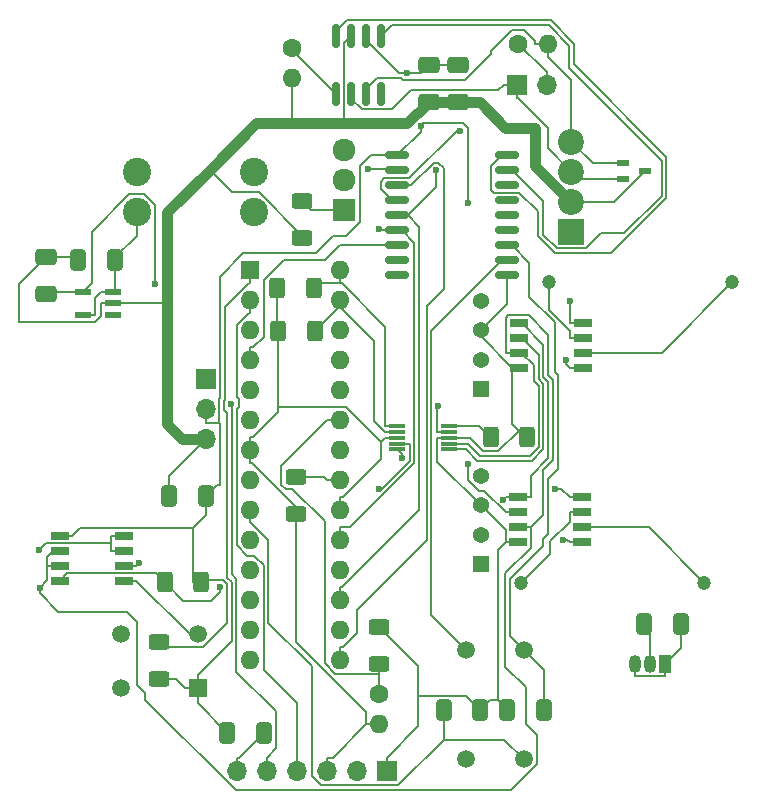
<source format=gbr>
%TF.GenerationSoftware,KiCad,Pcbnew,8.0.1-rc1*%
%TF.CreationDate,2024-11-22T07:55:53-08:00*%
%TF.ProjectId,AMS - CANBus Sensor - Vacuum,414d5320-2d20-4434-914e-427573205365,rev?*%
%TF.SameCoordinates,Original*%
%TF.FileFunction,Copper,L2,Bot*%
%TF.FilePolarity,Positive*%
%FSLAX46Y46*%
G04 Gerber Fmt 4.6, Leading zero omitted, Abs format (unit mm)*
G04 Created by KiCad (PCBNEW 8.0.1-rc1) date 2024-11-22 07:55:53*
%MOMM*%
%LPD*%
G01*
G04 APERTURE LIST*
G04 Aperture macros list*
%AMRoundRect*
0 Rectangle with rounded corners*
0 $1 Rounding radius*
0 $2 $3 $4 $5 $6 $7 $8 $9 X,Y pos of 4 corners*
0 Add a 4 corners polygon primitive as box body*
4,1,4,$2,$3,$4,$5,$6,$7,$8,$9,$2,$3,0*
0 Add four circle primitives for the rounded corners*
1,1,$1+$1,$2,$3*
1,1,$1+$1,$4,$5*
1,1,$1+$1,$6,$7*
1,1,$1+$1,$8,$9*
0 Add four rect primitives between the rounded corners*
20,1,$1+$1,$2,$3,$4,$5,0*
20,1,$1+$1,$4,$5,$6,$7,0*
20,1,$1+$1,$6,$7,$8,$9,0*
20,1,$1+$1,$8,$9,$2,$3,0*%
G04 Aperture macros list end*
%TA.AperFunction,ComponentPad*%
%ADD10C,2.400000*%
%TD*%
%TA.AperFunction,ComponentPad*%
%ADD11R,1.500000X1.500000*%
%TD*%
%TA.AperFunction,ComponentPad*%
%ADD12C,1.500000*%
%TD*%
%TA.AperFunction,ComponentPad*%
%ADD13C,1.200000*%
%TD*%
%TA.AperFunction,SMDPad,CuDef*%
%ADD14RoundRect,0.250000X0.400000X0.625000X-0.400000X0.625000X-0.400000X-0.625000X0.400000X-0.625000X0*%
%TD*%
%TA.AperFunction,ComponentPad*%
%ADD15R,1.920000X1.920000*%
%TD*%
%TA.AperFunction,ComponentPad*%
%ADD16C,1.920000*%
%TD*%
%TA.AperFunction,SMDPad,CuDef*%
%ADD17R,1.528000X0.650000*%
%TD*%
%TA.AperFunction,SMDPad,CuDef*%
%ADD18R,1.400000X0.300000*%
%TD*%
%TA.AperFunction,SMDPad,CuDef*%
%ADD19R,1.400000X0.600000*%
%TD*%
%TA.AperFunction,SMDPad,CuDef*%
%ADD20R,1.000000X0.550000*%
%TD*%
%TA.AperFunction,SMDPad,CuDef*%
%ADD21RoundRect,0.250000X0.412500X0.650000X-0.412500X0.650000X-0.412500X-0.650000X0.412500X-0.650000X0*%
%TD*%
%TA.AperFunction,SMDPad,CuDef*%
%ADD22RoundRect,0.250000X0.650000X-0.412500X0.650000X0.412500X-0.650000X0.412500X-0.650000X-0.412500X0*%
%TD*%
%TA.AperFunction,ComponentPad*%
%ADD23C,1.600000*%
%TD*%
%TA.AperFunction,ComponentPad*%
%ADD24O,1.600000X1.600000*%
%TD*%
%TA.AperFunction,ComponentPad*%
%ADD25R,2.200000X2.200000*%
%TD*%
%TA.AperFunction,ComponentPad*%
%ADD26C,2.200000*%
%TD*%
%TA.AperFunction,ComponentPad*%
%ADD27R,1.365000X1.365000*%
%TD*%
%TA.AperFunction,ComponentPad*%
%ADD28C,1.365000*%
%TD*%
%TA.AperFunction,ComponentPad*%
%ADD29R,1.700000X1.700000*%
%TD*%
%TA.AperFunction,ComponentPad*%
%ADD30O,1.700000X1.700000*%
%TD*%
%TA.AperFunction,ComponentPad*%
%ADD31R,1.600000X1.600000*%
%TD*%
%TA.AperFunction,ComponentPad*%
%ADD32R,1.050000X1.500000*%
%TD*%
%TA.AperFunction,ComponentPad*%
%ADD33O,1.050000X1.500000*%
%TD*%
%TA.AperFunction,SMDPad,CuDef*%
%ADD34RoundRect,0.250000X-0.412500X-0.650000X0.412500X-0.650000X0.412500X0.650000X-0.412500X0.650000X0*%
%TD*%
%TA.AperFunction,SMDPad,CuDef*%
%ADD35RoundRect,0.150000X-0.150000X0.825000X-0.150000X-0.825000X0.150000X-0.825000X0.150000X0.825000X0*%
%TD*%
%TA.AperFunction,SMDPad,CuDef*%
%ADD36RoundRect,0.250000X-0.625000X0.400000X-0.625000X-0.400000X0.625000X-0.400000X0.625000X0.400000X0*%
%TD*%
%TA.AperFunction,SMDPad,CuDef*%
%ADD37RoundRect,0.150000X0.875000X0.150000X-0.875000X0.150000X-0.875000X-0.150000X0.875000X-0.150000X0*%
%TD*%
%TA.AperFunction,SMDPad,CuDef*%
%ADD38RoundRect,0.250000X-0.400000X-0.625000X0.400000X-0.625000X0.400000X0.625000X-0.400000X0.625000X0*%
%TD*%
%TA.AperFunction,SMDPad,CuDef*%
%ADD39RoundRect,0.250000X-0.650000X0.412500X-0.650000X-0.412500X0.650000X-0.412500X0.650000X0.412500X0*%
%TD*%
%TA.AperFunction,ViaPad*%
%ADD40C,0.600000*%
%TD*%
%TA.AperFunction,Conductor*%
%ADD41C,0.200000*%
%TD*%
%TA.AperFunction,Conductor*%
%ADD42C,0.889000*%
%TD*%
G04 APERTURE END LIST*
D10*
%TO.P,U5,1,1*%
%TO.N,Net-(Q1-Pad3)*%
X134999500Y-70018000D03*
%TO.P,U5,2,2*%
X134999500Y-73418000D03*
%TO.P,U5,3,3*%
%TO.N,+VDC*%
X125079500Y-70018000D03*
%TO.P,U5,4,4*%
X125079500Y-73418000D03*
%TD*%
D11*
%TO.P,Reset1,1,NO_1*%
%TO.N,/BareMinAtmel328P/RESET*%
X130246900Y-113672200D03*
D12*
%TO.P,Reset1,2,NO_2*%
%TO.N,unconnected-(Reset1-NO_2-Pad2)*%
X123746900Y-113672200D03*
%TO.P,Reset1,3,COM_1*%
%TO.N,GND*%
X130246900Y-109172200D03*
%TO.P,Reset1,4,COM_2*%
%TO.N,unconnected-(Reset1-COM_2-Pad4)*%
X123746900Y-109172200D03*
%TD*%
D13*
%TO.P,R15,1*%
%TO.N,Net-(IC9-RG_1)*%
X157647100Y-104798200D03*
%TO.P,R15,2*%
%TO.N,Net-(IC9-RG_2)*%
X173147100Y-104798200D03*
%TD*%
%TO.P,R14,1*%
%TO.N,Net-(IC8-RG_1)*%
X159993000Y-79369700D03*
%TO.P,R14,2*%
%TO.N,Net-(IC8-RG_2)*%
X175493000Y-79369700D03*
%TD*%
D14*
%TO.P,R9,1*%
%TO.N,+5V*%
X130559200Y-104767900D03*
%TO.P,R9,2*%
%TO.N,+2V5*%
X127459200Y-104767900D03*
%TD*%
D15*
%TO.P,Q1,1*%
%TO.N,Net-(Q1-Pad1)*%
X142661000Y-73200500D03*
D16*
%TO.P,Q1,2*%
%TO.N,Net-(J1-Pin_1)*%
X142661000Y-70660500D03*
%TO.P,Q1,3*%
%TO.N,Net-(Q1-Pad3)*%
X142661000Y-68120500D03*
%TD*%
D17*
%TO.P,IC9,1,-IN*%
%TO.N,Net-(IC6-OUTPUT_B)*%
X162810900Y-97562200D03*
%TO.P,IC9,2,RG_1*%
%TO.N,Net-(IC9-RG_1)*%
X162810900Y-98832200D03*
%TO.P,IC9,3,RG_2*%
%TO.N,Net-(IC9-RG_2)*%
X162810900Y-100102200D03*
%TO.P,IC9,4,+IN*%
%TO.N,Net-(IC6-OUTPUT_A)*%
X162810900Y-101372200D03*
%TO.P,IC9,5,-VS*%
%TO.N,GND*%
X157388900Y-101372200D03*
%TO.P,IC9,6,REF*%
%TO.N,/ADS1115/AIN0*%
X157388900Y-100102200D03*
%TO.P,IC9,7,OUT*%
%TO.N,/ADS1115/AIN2*%
X157388900Y-98832200D03*
%TO.P,IC9,8,+VS*%
%TO.N,+5V*%
X157388900Y-97562200D03*
%TD*%
%TO.P,IC8,1,-IN*%
%TO.N,Net-(IC4-OUTPUT_B)*%
X162840700Y-82794100D03*
%TO.P,IC8,2,RG_1*%
%TO.N,Net-(IC8-RG_1)*%
X162840700Y-84064100D03*
%TO.P,IC8,3,RG_2*%
%TO.N,Net-(IC8-RG_2)*%
X162840700Y-85334100D03*
%TO.P,IC8,4,+IN*%
%TO.N,Net-(IC4-OUTPUT_A)*%
X162840700Y-86604100D03*
%TO.P,IC8,5,-VS*%
%TO.N,GND*%
X157418700Y-86604100D03*
%TO.P,IC8,6,REF*%
%TO.N,/ADS1115/AIN0*%
X157418700Y-85334100D03*
%TO.P,IC8,7,OUT*%
%TO.N,/ADS1115/AIN1*%
X157418700Y-84064100D03*
%TO.P,IC8,8,+VS*%
%TO.N,+5V*%
X157418700Y-82794100D03*
%TD*%
D18*
%TO.P,IC3,1,ADDR*%
%TO.N,Net-(IC3-ADDR)*%
X151556800Y-91502700D03*
%TO.P,IC3,2,ALERT/RDY*%
%TO.N,/ADS1115/Alert{slash}Ready*%
X151556800Y-92002700D03*
%TO.P,IC3,3,GND*%
%TO.N,GND*%
X151556800Y-92502700D03*
%TO.P,IC3,4,AIN0*%
%TO.N,/ADS1115/AIN0*%
X151556800Y-93002700D03*
%TO.P,IC3,5,AIN1*%
%TO.N,/ADS1115/AIN1*%
X151556800Y-93502700D03*
%TO.P,IC3,6,AIN2*%
%TO.N,/ADS1115/AIN2*%
X147156800Y-93502700D03*
%TO.P,IC3,7,AIN3*%
%TO.N,/ADS1115/AIN3*%
X147156800Y-93002700D03*
%TO.P,IC3,8,VDD*%
%TO.N,+5V*%
X147156800Y-92502700D03*
%TO.P,IC3,9,SDA*%
%TO.N,/SDAB*%
X147156800Y-92002700D03*
%TO.P,IC3,10,SCL*%
%TO.N,/SCLB*%
X147156800Y-91502700D03*
%TD*%
D19*
%TO.P,IC2,1,VIN*%
%TO.N,+VDC*%
X123047500Y-80184900D03*
%TO.P,IC2,2,GND*%
%TO.N,GND*%
X123047500Y-81134900D03*
%TO.P,IC2,3,NC*%
%TO.N,unconnected-(IC2-NC-Pad3)*%
X123047500Y-82084900D03*
%TO.P,IC2,4,~{SHDN}*%
%TO.N,+VDC*%
X120547500Y-82084900D03*
%TO.P,IC2,5,VOUT*%
%TO.N,+10V*%
X120547500Y-80184900D03*
%TD*%
D20*
%TO.P,D1,1,CATHODE_1*%
%TO.N,CANBUS_H*%
X166260202Y-70579772D03*
%TO.P,D1,2,CATHODE_2*%
%TO.N,CANBUS_L*%
X166260202Y-69279772D03*
%TO.P,D1,3,COMMON_ANODE*%
%TO.N,GND*%
X168160202Y-69929772D03*
%TD*%
D21*
%TO.P,C11,1*%
%TO.N,+5V*%
X130974964Y-97474229D03*
%TO.P,C11,2*%
%TO.N,GND*%
X127849964Y-97474229D03*
%TD*%
D22*
%TO.P,C9,1*%
%TO.N,+10V*%
X117397143Y-80327871D03*
%TO.P,C9,2*%
%TO.N,GND*%
X117397143Y-77202871D03*
%TD*%
D21*
%TO.P,C8,1*%
%TO.N,+VDC*%
X123268036Y-77433007D03*
%TO.P,C8,2*%
%TO.N,GND*%
X120143036Y-77433007D03*
%TD*%
D23*
%TO.P,R7,1*%
%TO.N,Net-(J5-Pin_2)*%
X157377500Y-59141700D03*
D24*
%TO.P,R7,2*%
%TO.N,CANBUS_L*%
X159917500Y-59141700D03*
%TD*%
D25*
%TO.P,J1,1,Pin_1*%
%TO.N,Net-(J1-Pin_1)*%
X161878800Y-75088800D03*
D26*
%TO.P,J1,2,Pin_2*%
%TO.N,GND*%
X161878800Y-72548800D03*
%TO.P,J1,3,Pin_3*%
%TO.N,CANBUS_H*%
X161878800Y-70008800D03*
%TO.P,J1,4,Pin_4*%
%TO.N,CANBUS_L*%
X161878800Y-67468800D03*
%TD*%
D27*
%TO.P,IC6,1,VCC*%
%TO.N,+10V*%
X154212600Y-103245600D03*
D28*
%TO.P,IC6,2,OUTPUT_A*%
%TO.N,Net-(IC6-OUTPUT_A)*%
X154212600Y-100745600D03*
%TO.P,IC6,3,GROUND*%
%TO.N,GND*%
X154212600Y-98245600D03*
%TO.P,IC6,4,OUTPUT_B*%
%TO.N,Net-(IC6-OUTPUT_B)*%
X154212600Y-95745600D03*
%TD*%
D23*
%TO.P,NTC1,1*%
%TO.N,/BareMinAtmel328P/PC0-A0*%
X145636900Y-114199700D03*
D24*
%TO.P,NTC1,2*%
%TO.N,+5V*%
X145636900Y-116739700D03*
%TD*%
D29*
%TO.P,J3,1,Pin_1*%
%TO.N,GND*%
X146254600Y-120744200D03*
D30*
%TO.P,J3,2,Pin_2*%
%TO.N,unconnected-(J3-Pin_2-Pad2)*%
X143714600Y-120744200D03*
%TO.P,J3,3,Pin_3*%
%TO.N,+5V*%
X141174600Y-120744200D03*
%TO.P,J3,4,Pin_4*%
%TO.N,/BareMinAtmel328P/PD0-RX*%
X138634600Y-120744200D03*
%TO.P,J3,5,Pin_5*%
%TO.N,/BareMinAtmel328P/PD1-TX*%
X136094600Y-120744200D03*
%TO.P,J3,6,Pin_6*%
%TO.N,Net-(J3-Pin_6)*%
X133554600Y-120744200D03*
%TD*%
D27*
%TO.P,IC4,1,VCC*%
%TO.N,+10V*%
X154212600Y-88411000D03*
D28*
%TO.P,IC4,2,OUTPUT_A*%
%TO.N,Net-(IC4-OUTPUT_A)*%
X154212600Y-85911000D03*
%TO.P,IC4,3,GROUND*%
%TO.N,GND*%
X154212600Y-83411000D03*
%TO.P,IC4,4,OUTPUT_B*%
%TO.N,Net-(IC4-OUTPUT_B)*%
X154212600Y-80911000D03*
%TD*%
D23*
%TO.P,R6,1*%
%TO.N,Net-(U4-Rs)*%
X138245100Y-59523000D03*
D24*
%TO.P,R6,2*%
%TO.N,GND*%
X138245100Y-62063000D03*
%TD*%
D29*
%TO.P,Powerboard1,1,Pin_1*%
%TO.N,+VDC*%
X130976300Y-87552600D03*
D30*
%TO.P,Powerboard1,2,Pin_2*%
%TO.N,+5V*%
X130976300Y-90092600D03*
%TO.P,Powerboard1,3,Pin_3*%
%TO.N,GND*%
X130976300Y-92632600D03*
%TD*%
D31*
%TO.P,U2,1,~{RESET}/PC6*%
%TO.N,/BareMinAtmel328P/RESET*%
X134701200Y-78351400D03*
D24*
%TO.P,U2,2,PD0*%
%TO.N,/BareMinAtmel328P/PD0-RX*%
X134701200Y-80891400D03*
%TO.P,U2,3,PD1*%
%TO.N,/BareMinAtmel328P/PD1-TX*%
X134701200Y-83431400D03*
%TO.P,U2,4,PD2*%
%TO.N,/BareMinAtmel328P/PD2-D2*%
X134701200Y-85971400D03*
%TO.P,U2,5,PD3*%
%TO.N,/ADS1115/Alert{slash}Ready*%
X134701200Y-88511400D03*
%TO.P,U2,6,PD4*%
%TO.N,/BareMinAtmel328P/PD4-D4*%
X134701200Y-91051400D03*
%TO.P,U2,7,VCC*%
%TO.N,+5V*%
X134701200Y-93591400D03*
%TO.P,U2,8,GND*%
%TO.N,GND*%
X134701200Y-96131400D03*
%TO.P,U2,9,XTAL1/PB6*%
%TO.N,Net-(U2-XTAL1{slash}PB6)*%
X134701200Y-98671400D03*
%TO.P,U2,10,XTAL2/PB7*%
%TO.N,Net-(U2-XTAL2{slash}PB7)*%
X134701200Y-101211400D03*
%TO.P,U2,11,PD5*%
%TO.N,/BareMinAtmel328P/PD5-D5*%
X134701200Y-103751400D03*
%TO.P,U2,12,PD6*%
%TO.N,/BareMinAtmel328P/PD6-D6*%
X134701200Y-106291400D03*
%TO.P,U2,13,PD7*%
%TO.N,/BareMinAtmel328P/PD7-D7*%
X134701200Y-108831400D03*
%TO.P,U2,14,PB0*%
%TO.N,/BareMinAtmel328P/PB0-D8*%
X134701200Y-111371400D03*
%TO.P,U2,15,PB1*%
%TO.N,/BareMinAtmel328P/PB1-D9*%
X142321200Y-111371400D03*
%TO.P,U2,16,PB2*%
%TO.N,/BareMinAtmel328P/PB2-D10-SS*%
X142321200Y-108831400D03*
%TO.P,U2,17,PB3*%
%TO.N,/BareMinAtmel328P/PB3-D11-MOSI*%
X142321200Y-106291400D03*
%TO.P,U2,18,PB4*%
%TO.N,/BareMinAtmel328P/PB4-D12-MISO*%
X142321200Y-103751400D03*
%TO.P,U2,19,PB5*%
%TO.N,/BareMinAtmel328P/PB5-D13-SCK*%
X142321200Y-101211400D03*
%TO.P,U2,20,AVCC*%
%TO.N,+5V*%
X142321200Y-98671400D03*
%TO.P,U2,21,AREF*%
%TO.N,/BareMinAtmel328P/AREF*%
X142321200Y-96131400D03*
%TO.P,U2,22,GND*%
%TO.N,GND*%
X142321200Y-93591400D03*
%TO.P,U2,23,PC0*%
%TO.N,/BareMinAtmel328P/PC0-A0*%
X142321200Y-91051400D03*
%TO.P,U2,24,PC1*%
%TO.N,/BareMinAtmel328P/PC1-A1*%
X142321200Y-88511400D03*
%TO.P,U2,25,PC2*%
%TO.N,/BareMinAtmel328P/PC2-A2*%
X142321200Y-85971400D03*
%TO.P,U2,26,PC3*%
%TO.N,/BareMinAtmel328P/PC3-A3*%
X142321200Y-83431400D03*
%TO.P,U2,27,PC4*%
%TO.N,/SDAB*%
X142321200Y-80891400D03*
%TO.P,U2,28,PC5*%
%TO.N,/SCLB*%
X142321200Y-78351400D03*
%TD*%
D29*
%TO.P,J5,1,Pin_1*%
%TO.N,CANBUS_H*%
X157311000Y-62619500D03*
D30*
%TO.P,J5,2,Pin_2*%
%TO.N,Net-(J5-Pin_2)*%
X159851000Y-62619500D03*
%TD*%
D12*
%TO.P,Y2,1,1*%
%TO.N,Net-(U3-OSC1)*%
X153001300Y-110501200D03*
%TO.P,Y2,2,2*%
%TO.N,Net-(U3-OSC2)*%
X157881300Y-110501200D03*
%TD*%
%TO.P,Y1,1,1*%
%TO.N,Net-(U2-XTAL2{slash}PB7)*%
X152976400Y-119755600D03*
%TO.P,Y1,2,2*%
%TO.N,Net-(U2-XTAL1{slash}PB6)*%
X157856400Y-119755600D03*
%TD*%
D32*
%TO.P,U1,1,REF*%
%TO.N,+2V5*%
X169814800Y-111629200D03*
D33*
%TO.P,U1,2,A*%
%TO.N,GND*%
X168544800Y-111629200D03*
%TO.P,U1,3,K*%
%TO.N,+2V5*%
X167274800Y-111629200D03*
%TD*%
D34*
%TO.P,C2,1*%
%TO.N,Net-(U2-XTAL1{slash}PB6)*%
X151071100Y-115585900D03*
%TO.P,C2,2*%
%TO.N,GND*%
X154196100Y-115585900D03*
%TD*%
D35*
%TO.P,U4,1,TXD*%
%TO.N,/CANBUS-MCP2515/TXtoCANTC*%
X141995000Y-58462300D03*
%TO.P,U4,2,VSS*%
%TO.N,GND*%
X143265000Y-58462300D03*
%TO.P,U4,3,VDD*%
%TO.N,+5V*%
X144535000Y-58462300D03*
%TO.P,U4,4,RXD*%
%TO.N,/CANBUS-MCP2515/RXtoCANTC*%
X145805000Y-58462300D03*
%TO.P,U4,5,Vref*%
%TO.N,unconnected-(U4-Vref-Pad5)*%
X145805000Y-63412300D03*
%TO.P,U4,6,CANL*%
%TO.N,CANBUS_L*%
X144535000Y-63412300D03*
%TO.P,U4,7,CANH*%
%TO.N,CANBUS_H*%
X143265000Y-63412300D03*
%TO.P,U4,8,Rs*%
%TO.N,Net-(U4-Rs)*%
X141995000Y-63412300D03*
%TD*%
D36*
%TO.P,R1,1*%
%TO.N,Net-(Q1-Pad1)*%
X139114500Y-72473500D03*
%TO.P,R1,2*%
%TO.N,GND*%
X139114500Y-75573500D03*
%TD*%
%TO.P,R4,1*%
%TO.N,+5V*%
X126958000Y-109832000D03*
%TO.P,R4,2*%
%TO.N,/BareMinAtmel328P/RESET*%
X126958000Y-112932000D03*
%TD*%
D21*
%TO.P,C4,1*%
%TO.N,Net-(U3-OSC2)*%
X159573600Y-115561000D03*
%TO.P,C4,2*%
%TO.N,GND*%
X156448600Y-115561000D03*
%TD*%
D37*
%TO.P,U3,1,TXCAN*%
%TO.N,/CANBUS-MCP2515/TXtoCANTC*%
X156456400Y-68595700D03*
%TO.P,U3,2,RXCAN*%
%TO.N,/CANBUS-MCP2515/RXtoCANTC*%
X156456400Y-69865700D03*
%TO.P,U3,3,CLKOUT/SOF*%
%TO.N,unconnected-(U3-CLKOUT{slash}SOF-Pad3)*%
X156456400Y-71135700D03*
%TO.P,U3,4,~{TX0RTS}*%
%TO.N,unconnected-(U3-~{TX0RTS}-Pad4)*%
X156456400Y-72405700D03*
%TO.P,U3,5,~{TX1RTS}*%
%TO.N,unconnected-(U3-~{TX1RTS}-Pad5)*%
X156456400Y-73675700D03*
%TO.P,U3,6,~{TX2RTS}*%
%TO.N,unconnected-(U3-~{TX2RTS}-Pad6)*%
X156456400Y-74945700D03*
%TO.P,U3,7,OSC2*%
%TO.N,Net-(U3-OSC2)*%
X156456400Y-76215700D03*
%TO.P,U3,8,OSC1*%
%TO.N,Net-(U3-OSC1)*%
X156456400Y-77485700D03*
%TO.P,U3,9,VSS*%
%TO.N,GND*%
X156456400Y-78755700D03*
%TO.P,U3,10,~{RX1BF}*%
%TO.N,unconnected-(U3-~{RX1BF}-Pad10)*%
X147156400Y-78755700D03*
%TO.P,U3,11,~{RX0BF}*%
%TO.N,unconnected-(U3-~{RX0BF}-Pad11)*%
X147156400Y-77485700D03*
%TO.P,U3,12,~{INT}*%
%TO.N,/BareMinAtmel328P/PD2-D2*%
X147156400Y-76215700D03*
%TO.P,U3,13,SCK*%
%TO.N,/BareMinAtmel328P/PB5-D13-SCK*%
X147156400Y-74945700D03*
%TO.P,U3,14,SI*%
%TO.N,/BareMinAtmel328P/PB3-D11-MOSI*%
X147156400Y-73675700D03*
%TO.P,U3,15,SO*%
%TO.N,/BareMinAtmel328P/PB4-D12-MISO*%
X147156400Y-72405700D03*
%TO.P,U3,16,~{CS}*%
%TO.N,/BareMinAtmel328P/PB1-D9*%
X147156400Y-71135700D03*
%TO.P,U3,17,~{RESET}*%
%TO.N,Net-(U3-~{RESET})*%
X147156400Y-69865700D03*
%TO.P,U3,18,VDD*%
%TO.N,+5V*%
X147156400Y-68595700D03*
%TD*%
D36*
%TO.P,R3,1*%
%TO.N,GND*%
X145644300Y-108538900D03*
%TO.P,R3,2*%
%TO.N,/BareMinAtmel328P/PC0-A0*%
X145644300Y-111638900D03*
%TD*%
D21*
%TO.P,C1,1*%
%TO.N,Net-(J3-Pin_6)*%
X135877700Y-117497000D03*
%TO.P,C1,2*%
%TO.N,/BareMinAtmel328P/RESET*%
X132752700Y-117497000D03*
%TD*%
D38*
%TO.P,R13,1*%
%TO.N,+5V*%
X136988900Y-79844800D03*
%TO.P,R13,2*%
%TO.N,/SCLB*%
X140088900Y-79844800D03*
%TD*%
D36*
%TO.P,R2,1*%
%TO.N,/BareMinAtmel328P/AREF*%
X138549100Y-95855800D03*
%TO.P,R2,2*%
%TO.N,+5V*%
X138549100Y-98955800D03*
%TD*%
D21*
%TO.P,C10,1*%
%TO.N,+2V5*%
X171147100Y-108263700D03*
%TO.P,C10,2*%
%TO.N,GND*%
X168022100Y-108263700D03*
%TD*%
D14*
%TO.P,R8,1*%
%TO.N,GND*%
X158166800Y-92464600D03*
%TO.P,R8,2*%
%TO.N,Net-(IC3-ADDR)*%
X155066800Y-92464600D03*
%TD*%
D38*
%TO.P,R12,1*%
%TO.N,+5V*%
X137056100Y-83516600D03*
%TO.P,R12,2*%
%TO.N,/SDAB*%
X140156100Y-83516600D03*
%TD*%
D39*
%TO.P,C7,1*%
%TO.N,+5V*%
X152271300Y-60976900D03*
%TO.P,C7,2*%
%TO.N,GND*%
X152271300Y-64101900D03*
%TD*%
%TO.P,C6,1*%
%TO.N,+5V*%
X149801400Y-60980600D03*
%TO.P,C6,2*%
%TO.N,GND*%
X149801400Y-64105600D03*
%TD*%
D17*
%TO.P,IC1,1,OUT_A*%
%TO.N,/ADS1115/AIN3*%
X123989900Y-100817100D03*
%TO.P,IC1,2,-INA*%
X123989900Y-102087100D03*
%TO.P,IC1,3,+IN_A*%
%TO.N,Net-(IC1-+IN_A)*%
X123989900Y-103357100D03*
%TO.P,IC1,4,V-*%
%TO.N,GND*%
X123989900Y-104627100D03*
%TO.P,IC1,5,+INB*%
%TO.N,+2V5*%
X118567900Y-104627100D03*
%TO.P,IC1,6,-IN_B*%
%TO.N,/ADS1115/AIN0*%
X118567900Y-103357100D03*
%TO.P,IC1,7,OUTB*%
X118567900Y-102087100D03*
%TO.P,IC1,8,V+*%
%TO.N,+5V*%
X118567900Y-100817100D03*
%TD*%
D40*
%TO.N,Net-(IC6-OUTPUT_A)*%
X161213100Y-101189400D03*
%TO.N,Net-(IC6-OUTPUT_B)*%
X160513900Y-96831600D03*
%TO.N,Net-(IC4-OUTPUT_A)*%
X161447600Y-85911000D03*
%TO.N,Net-(IC4-OUTPUT_B)*%
X161775000Y-80911000D03*
%TO.N,/ADS1115/AIN2*%
X147586200Y-94242500D03*
X153143600Y-94705800D03*
%TO.N,/ADS1115/Alert{slash}Ready*%
X150641300Y-89839500D03*
%TO.N,Net-(IC1-+IN_A)*%
X125260600Y-103081700D03*
%TO.N,Net-(U3-~{RESET})*%
X144668200Y-69720800D03*
%TO.N,+2V5*%
X132131200Y-105169500D03*
%TO.N,+10V*%
X126647800Y-79481400D03*
%TO.N,/ADS1115/AIN0*%
X116866100Y-105230600D03*
%TO.N,/ADS1115/AIN3*%
X145575200Y-96856600D03*
X116799200Y-102045700D03*
%TO.N,/BareMinAtmel328P/PD1-TX*%
X133070600Y-89659900D03*
%TO.N,/BareMinAtmel328P/PB4-D12-MISO*%
X152428100Y-66517200D03*
%TO.N,/BareMinAtmel328P/PB3-D11-MOSI*%
X150424300Y-69869400D03*
%TO.N,/BareMinAtmel328P/PB5-D13-SCK*%
X145581000Y-74799700D03*
%TO.N,+5V*%
X156118300Y-97744900D03*
X153111200Y-72658300D03*
X149122600Y-66084300D03*
X148008700Y-61592000D03*
%TD*%
D41*
%TO.N,+VDC*%
X123268036Y-77227764D02*
X125079500Y-75416300D01*
X123268036Y-77433007D02*
X123268036Y-77227764D01*
X123268036Y-77433007D02*
X123268036Y-79964364D01*
X123268036Y-79964364D02*
X123047500Y-80184900D01*
%TO.N,GND*%
X115143330Y-79456684D02*
X117397143Y-77202871D01*
X117919328Y-82697300D02*
X117916424Y-82700204D01*
X117916424Y-82700204D02*
X115143330Y-82700204D01*
X122045800Y-82183700D02*
X121532200Y-82697300D01*
X122045800Y-81134900D02*
X122045800Y-82183700D01*
X121532200Y-82697300D02*
X117919328Y-82697300D01*
X123047500Y-81134900D02*
X122045800Y-81134900D01*
X115143330Y-82700204D02*
X115143330Y-79456684D01*
X119912900Y-77202871D02*
X120143036Y-77433007D01*
X117397143Y-77202871D02*
X119912900Y-77202871D01*
%TO.N,+10V*%
X117540114Y-80184900D02*
X117397143Y-80327871D01*
X120547500Y-80184900D02*
X117540114Y-80184900D01*
%TO.N,GND*%
X127849964Y-95758936D02*
X130976300Y-92632600D01*
X127849964Y-97474229D02*
X127849964Y-95758936D01*
%TO.N,+5V*%
X129834200Y-100190400D02*
X130974964Y-99049636D01*
X130974964Y-99049636D02*
X130974964Y-97474229D01*
X132151900Y-96530800D02*
X131918393Y-96530800D01*
X131918393Y-96530800D02*
X130974964Y-97474229D01*
%TO.N,+2V5*%
X131415603Y-106308576D02*
X128999876Y-106308576D01*
X132131200Y-105592979D02*
X131415603Y-106308576D01*
X132131200Y-105169500D02*
X132131200Y-105592979D01*
X128999876Y-106308576D02*
X127459200Y-104767900D01*
X126693400Y-104002100D02*
X127459200Y-104767900D01*
X118567900Y-104627100D02*
X119192900Y-104002100D01*
X119192900Y-104002100D02*
X126693400Y-104002100D01*
X171147100Y-110296900D02*
X169814800Y-111629200D01*
X171147100Y-108263700D02*
X171147100Y-110296900D01*
%TO.N,GND*%
X168544800Y-108786400D02*
X168544800Y-111629200D01*
X168022100Y-108263700D02*
X168544800Y-108786400D01*
X165541174Y-72548800D02*
X161878800Y-72548800D01*
X168160202Y-69929772D02*
X165541174Y-72548800D01*
%TO.N,CANBUS_H*%
X162449772Y-70579772D02*
X161878800Y-70008800D01*
X166260202Y-70579772D02*
X162449772Y-70579772D01*
%TO.N,CANBUS_L*%
X163689772Y-69279772D02*
X161878800Y-67468800D01*
X166260202Y-69279772D02*
X163689772Y-69279772D01*
%TO.N,/ADS1115/AIN0*%
X118417882Y-107234644D02*
X116866100Y-105682862D01*
X124240603Y-107234644D02*
X118417882Y-107234644D01*
X125125133Y-113489633D02*
X125125133Y-108119174D01*
X116866100Y-105682862D02*
X116866100Y-105230600D01*
X125125133Y-108119174D02*
X124240603Y-107234644D01*
X125781800Y-114146300D02*
X125125133Y-113489633D01*
%TO.N,/CANBUS-MCP2515/TXtoCANTC*%
X162104556Y-59144956D02*
X160134900Y-57175300D01*
X141995000Y-58073800D02*
X141995000Y-58462300D01*
X162104556Y-60874076D02*
X162104556Y-59144956D01*
X169935247Y-72187353D02*
X169935247Y-68704767D01*
X165230400Y-76892200D02*
X169935247Y-72187353D01*
X160484600Y-76892200D02*
X165230400Y-76892200D01*
X142893500Y-57175300D02*
X141995000Y-58073800D01*
X157500100Y-71770700D02*
X159065700Y-73336300D01*
X169935247Y-68704767D02*
X162104556Y-60874076D01*
X155106400Y-71575100D02*
X155302000Y-71770700D01*
X155302000Y-71770700D02*
X157500100Y-71770700D01*
X159065700Y-73336300D02*
X159065700Y-75473300D01*
X155106400Y-69489300D02*
X155106400Y-71575100D01*
X156000000Y-68595700D02*
X155106400Y-69489300D01*
X160134900Y-57175300D02*
X142893500Y-57175300D01*
X159065700Y-75473300D02*
X160484600Y-76892200D01*
X156456400Y-68595700D02*
X156000000Y-68595700D01*
%TO.N,/CANBUS-MCP2515/RXtoCANTC*%
X146666400Y-57600900D02*
X145805000Y-58462300D01*
X161698700Y-59307100D02*
X159992500Y-57600900D01*
X169535247Y-69080625D02*
X161698700Y-61244078D01*
X169535247Y-72019353D02*
X169535247Y-69080625D01*
X161698700Y-61244078D02*
X161698700Y-59307100D01*
X163103800Y-76490500D02*
X164404600Y-75189700D01*
X159992500Y-57600900D02*
X146666400Y-57600900D01*
X164404600Y-75189700D02*
X166364900Y-75189700D01*
X160650900Y-76490500D02*
X163103800Y-76490500D01*
X166364900Y-75189700D02*
X169535247Y-72019353D01*
X159508700Y-72470200D02*
X159508700Y-75348300D01*
X159508700Y-75348300D02*
X160650900Y-76490500D01*
X156904200Y-69865700D02*
X159508700Y-72470200D01*
X156456400Y-69865700D02*
X156904200Y-69865700D01*
%TO.N,Net-(IC9-RG_1)*%
X160112200Y-102333100D02*
X157647100Y-104798200D01*
X160112200Y-101257900D02*
X160112200Y-102333100D01*
X161745200Y-99624900D02*
X160112200Y-101257900D01*
X161745200Y-98832200D02*
X161745200Y-99624900D01*
X162810900Y-98832200D02*
X161745200Y-98832200D01*
%TO.N,Net-(IC9-RG_2)*%
X168451100Y-100102200D02*
X173147100Y-104798200D01*
X162810900Y-100102200D02*
X168451100Y-100102200D01*
%TO.N,Net-(IC8-RG_1)*%
X162840700Y-84064100D02*
X161775000Y-84064100D01*
X159993000Y-81707500D02*
X159993000Y-79369700D01*
X161775000Y-83489500D02*
X159993000Y-81707500D01*
X161775000Y-84064100D02*
X161775000Y-83489500D01*
%TO.N,Net-(IC8-RG_2)*%
X169528600Y-85334100D02*
X175493000Y-79369700D01*
X162840700Y-85334100D02*
X169528600Y-85334100D01*
%TO.N,Net-(IC6-OUTPUT_A)*%
X161562400Y-101189400D02*
X161745200Y-101372200D01*
X161213100Y-101189400D02*
X161562400Y-101189400D01*
X162810900Y-101372200D02*
X161745200Y-101372200D01*
%TO.N,Net-(IC6-OUTPUT_B)*%
X161014600Y-96831600D02*
X161745200Y-97562200D01*
X160513900Y-96831600D02*
X161014600Y-96831600D01*
X162810900Y-97562200D02*
X161745200Y-97562200D01*
%TO.N,Net-(IC4-OUTPUT_A)*%
X162840700Y-86604100D02*
X161775000Y-86604100D01*
X161447600Y-86276700D02*
X161447600Y-85911000D01*
X161775000Y-86604100D02*
X161447600Y-86276700D01*
%TO.N,Net-(IC4-OUTPUT_B)*%
X162840700Y-82794100D02*
X161775000Y-82794100D01*
X161775000Y-82794100D02*
X161775000Y-80911000D01*
%TO.N,Net-(IC3-ADDR)*%
X154104900Y-91502700D02*
X151556800Y-91502700D01*
X155066800Y-92464600D02*
X154104900Y-91502700D01*
%TO.N,/SDAB*%
X142321200Y-80891400D02*
X142321200Y-81442200D01*
X146078400Y-92002700D02*
X147156800Y-92002700D01*
X145189800Y-91114100D02*
X146078400Y-92002700D01*
X145189800Y-84310800D02*
X145189800Y-91114100D01*
X142321200Y-81442200D02*
X145189800Y-84310800D01*
X142230500Y-81442200D02*
X142321200Y-81442200D01*
X140156100Y-83516600D02*
X142230500Y-81442200D01*
%TO.N,/ADS1115/AIN2*%
X157388900Y-98832200D02*
X156323200Y-98832200D01*
X153143600Y-96074800D02*
X153143600Y-94705800D01*
X154064400Y-96995600D02*
X153143600Y-96074800D01*
X154486600Y-96995600D02*
X154064400Y-96995600D01*
X156323200Y-98832200D02*
X154486600Y-96995600D01*
X147586200Y-93932100D02*
X147586200Y-94242500D01*
X147156800Y-93502700D02*
X147586200Y-93932100D01*
%TO.N,/SCLB*%
X146155100Y-83149300D02*
X146155100Y-91502700D01*
X142458900Y-79453100D02*
X146155100Y-83149300D01*
X142321200Y-79453100D02*
X142458900Y-79453100D01*
X142321200Y-78351400D02*
X142321200Y-79453100D01*
X147156800Y-91502700D02*
X146155100Y-91502700D01*
X140480600Y-79453100D02*
X142321200Y-79453100D01*
X140088900Y-79844800D02*
X140480600Y-79453100D01*
%TO.N,/ADS1115/Alert{slash}Ready*%
X151556800Y-92002700D02*
X150555100Y-92002700D01*
X150555100Y-89925700D02*
X150641300Y-89839500D01*
X150555100Y-92002700D02*
X150555100Y-89925700D01*
%TO.N,/ADS1115/AIN1*%
X151556800Y-93502700D02*
X152558500Y-93502700D01*
X152943400Y-93502700D02*
X152558500Y-93502700D01*
X153894200Y-94453500D02*
X152943400Y-93502700D01*
X158554500Y-94453500D02*
X153894200Y-94453500D01*
X159521300Y-93486700D02*
X158554500Y-94453500D01*
X159521300Y-87928400D02*
X159521300Y-93486700D01*
X159121100Y-87528200D02*
X159521300Y-87928400D01*
X159121100Y-85468400D02*
X159121100Y-87528200D01*
X157716800Y-84064100D02*
X159121100Y-85468400D01*
X157418700Y-84064100D02*
X157716800Y-84064100D01*
%TO.N,Net-(IC1-+IN_A)*%
X125055600Y-103286700D02*
X125260600Y-103081700D01*
X125055600Y-103357100D02*
X125055600Y-103286700D01*
X123989900Y-103357100D02*
X125055600Y-103357100D01*
%TO.N,Net-(U4-Rs)*%
X138245100Y-59662400D02*
X138245100Y-59523000D01*
X141995000Y-63412300D02*
X138245100Y-59662400D01*
%TO.N,Net-(U3-~{RESET})*%
X147011500Y-69720800D02*
X147156400Y-69865700D01*
X144668200Y-69720800D02*
X147011500Y-69720800D01*
%TO.N,Net-(J5-Pin_2)*%
X159703600Y-61467800D02*
X157377500Y-59141700D01*
X159851000Y-61467800D02*
X159703600Y-61467800D01*
X159851000Y-62619500D02*
X159851000Y-61467800D01*
%TO.N,+2V5*%
X167274800Y-112680900D02*
X169814800Y-112680900D01*
X167274800Y-111629200D02*
X167274800Y-112680900D01*
X169814800Y-111629200D02*
X169814800Y-112680900D01*
%TO.N,+10V*%
X126647800Y-72849600D02*
X126647800Y-79481400D01*
X125684500Y-71886300D02*
X126647800Y-72849600D01*
X124462100Y-71886300D02*
X125684500Y-71886300D01*
X121289900Y-75058500D02*
X124462100Y-71886300D01*
X121289900Y-79442500D02*
X121289900Y-75058500D01*
X120547500Y-80184900D02*
X121289900Y-79442500D01*
%TO.N,Net-(U3-OSC1)*%
X156040400Y-77485700D02*
X156456400Y-77485700D01*
X150039500Y-83486600D02*
X156040400Y-77485700D01*
X150039500Y-107539400D02*
X150039500Y-83486600D01*
X153001300Y-110501200D02*
X150039500Y-107539400D01*
%TO.N,Net-(U3-OSC2)*%
X159573600Y-112193500D02*
X159573600Y-115561000D01*
X157881300Y-110501200D02*
X159573600Y-112193500D01*
X156715300Y-109335200D02*
X157881300Y-110501200D01*
X156715300Y-104452700D02*
X156715300Y-109335200D01*
X159510600Y-101657400D02*
X156715300Y-104452700D01*
X159510600Y-101091500D02*
X159510600Y-101657400D01*
X159912200Y-100689900D02*
X159510600Y-101091500D01*
X159912200Y-95977400D02*
X159912200Y-100689900D01*
X160726400Y-95163200D02*
X159912200Y-95977400D01*
X160726400Y-87229300D02*
X160726400Y-95163200D01*
X160467600Y-86970500D02*
X160726400Y-87229300D01*
X160467600Y-82750100D02*
X160467600Y-86970500D01*
X158333400Y-80615900D02*
X160467600Y-82750100D01*
X158333400Y-77697700D02*
X158333400Y-80615900D01*
X156851400Y-76215700D02*
X158333400Y-77697700D01*
X156456400Y-76215700D02*
X156851400Y-76215700D01*
%TO.N,Net-(U2-XTAL1{slash}PB6)*%
X156168800Y-118068000D02*
X157856400Y-119755600D01*
X151071100Y-118068000D02*
X156168800Y-118068000D01*
X151071100Y-115585900D02*
X151071100Y-118068000D01*
X134701200Y-98671400D02*
X134701200Y-99606800D01*
X136229500Y-101135100D02*
X134701200Y-99606800D01*
X136229500Y-108198600D02*
X136229500Y-101135100D01*
X139904600Y-111873700D02*
X136229500Y-108198600D01*
X139904600Y-121127900D02*
X139904600Y-111873700D01*
X140713200Y-121936500D02*
X139904600Y-121127900D01*
X147202600Y-121936500D02*
X140713200Y-121936500D01*
X151071100Y-118068000D02*
X147202600Y-121936500D01*
%TO.N,Net-(J3-Pin_6)*%
X133782200Y-119592500D02*
X133554600Y-119592500D01*
X135877700Y-117497000D02*
X133782200Y-119592500D01*
X133554600Y-120744200D02*
X133554600Y-119592500D01*
%TO.N,/BareMinAtmel328P/PD2-D2*%
X134929500Y-84869700D02*
X134701200Y-84869700D01*
X135853100Y-83946100D02*
X134929500Y-84869700D01*
X135853100Y-79138700D02*
X135853100Y-83946100D01*
X137530200Y-77461600D02*
X135853100Y-79138700D01*
X141046500Y-77461600D02*
X137530200Y-77461600D01*
X142292400Y-76215700D02*
X141046500Y-77461600D01*
X147156400Y-76215700D02*
X142292400Y-76215700D01*
X134701200Y-85971400D02*
X134701200Y-84869700D01*
%TO.N,/BareMinAtmel328P/PB1-D9*%
X142549500Y-110269700D02*
X142321200Y-110269700D01*
X143761000Y-109058200D02*
X142549500Y-110269700D01*
X143761000Y-107057200D02*
X143761000Y-109058200D01*
X149637800Y-101180400D02*
X143761000Y-107057200D01*
X149637800Y-81378700D02*
X149637800Y-101180400D01*
X151068700Y-79947800D02*
X149637800Y-81378700D01*
X151068700Y-69660200D02*
X151068700Y-79947800D01*
X150623400Y-69214900D02*
X151068700Y-69660200D01*
X150227700Y-69214900D02*
X150623400Y-69214900D01*
X148306900Y-71135700D02*
X150227700Y-69214900D01*
X147156400Y-71135700D02*
X148306900Y-71135700D01*
X142321200Y-111371400D02*
X142321200Y-110269700D01*
%TO.N,/BareMinAtmel328P/AREF*%
X140943900Y-95855800D02*
X141219500Y-96131400D01*
X138549100Y-95855800D02*
X140943900Y-95855800D01*
X142321200Y-96131400D02*
X141219500Y-96131400D01*
%TO.N,Net-(Q1-Pad1)*%
X139114500Y-72474000D02*
X139114000Y-72473500D01*
X139841000Y-73200500D02*
X139114500Y-72474000D01*
X142661000Y-73200500D02*
X139841000Y-73200500D01*
X139114500Y-72474000D02*
X139114500Y-72473500D01*
%TO.N,/BareMinAtmel328P/PC0-A0*%
X142321200Y-91051400D02*
X141219500Y-91051400D01*
X137350000Y-94920900D02*
X141219500Y-91051400D01*
X137350000Y-96482100D02*
X137350000Y-94920900D01*
X137705800Y-96837900D02*
X137350000Y-96482100D01*
X138272800Y-96837900D02*
X137705800Y-96837900D01*
X140994500Y-99559600D02*
X138272800Y-96837900D01*
X140994500Y-111619200D02*
X140994500Y-99559600D01*
X141859600Y-112484300D02*
X140994500Y-111619200D01*
X145636900Y-112484300D02*
X141859600Y-112484300D01*
X145636900Y-111646300D02*
X145636900Y-112484300D01*
X145644300Y-111638900D02*
X145636900Y-111646300D01*
X145636900Y-112484300D02*
X145636900Y-114199700D01*
%TO.N,/ADS1115/AIN0*%
X118567900Y-102087100D02*
X118035100Y-102087100D01*
X117502200Y-102620000D02*
X117502200Y-103357100D01*
X118035100Y-102087100D02*
X117502200Y-102620000D01*
X157388900Y-100102200D02*
X158454600Y-100102200D01*
X118567900Y-103357100D02*
X117502200Y-103357100D01*
X157418700Y-85334100D02*
X156353000Y-85334100D01*
X153117500Y-93002700D02*
X151556800Y-93002700D01*
X154165100Y-94050300D02*
X153117500Y-93002700D01*
X158387600Y-94050300D02*
X154165100Y-94050300D01*
X159119500Y-93318400D02*
X158387600Y-94050300D01*
X159119500Y-88094600D02*
X159119500Y-93318400D01*
X158719400Y-87694500D02*
X159119500Y-88094600D01*
X158719400Y-86389100D02*
X158719400Y-87694500D01*
X157664400Y-85334100D02*
X158719400Y-86389100D01*
X157418700Y-85334100D02*
X157664400Y-85334100D01*
X159510500Y-99046300D02*
X158454600Y-100102200D01*
X159510500Y-95245300D02*
X159510500Y-99046300D01*
X160324700Y-94431100D02*
X159510500Y-95245300D01*
X160324700Y-87595800D02*
X160324700Y-94431100D01*
X159924500Y-87195600D02*
X160324700Y-87595800D01*
X159924500Y-83776800D02*
X159924500Y-87195600D01*
X158290200Y-82142500D02*
X159924500Y-83776800D01*
X156548300Y-82142500D02*
X158290200Y-82142500D01*
X156353000Y-82337800D02*
X156548300Y-82142500D01*
X156353000Y-85334100D02*
X156353000Y-82337800D01*
X117502200Y-104594500D02*
X117502200Y-103357100D01*
X116866100Y-105230600D02*
X117502200Y-104594500D01*
X125781800Y-114696400D02*
X125781800Y-114146300D01*
X133466400Y-122381000D02*
X125781800Y-114696400D01*
X156751500Y-122381000D02*
X133466400Y-122381000D01*
X158956900Y-120175600D02*
X156751500Y-122381000D01*
X158956900Y-117707900D02*
X158956900Y-120175600D01*
X158011100Y-116762100D02*
X158956900Y-117707900D01*
X158011100Y-113617600D02*
X158011100Y-116762100D01*
X156282000Y-111888500D02*
X158011100Y-113617600D01*
X156282000Y-104002200D02*
X156282000Y-111888500D01*
X158454600Y-101829600D02*
X156282000Y-104002200D01*
X158454600Y-100102200D02*
X158454600Y-101829600D01*
%TO.N,/ADS1115/AIN3*%
X147156800Y-93002700D02*
X148158500Y-93002700D01*
X123989900Y-102087100D02*
X122924200Y-102087100D01*
X123989900Y-100817100D02*
X122924200Y-100817100D01*
X117384500Y-101460400D02*
X116799200Y-102045700D01*
X122924200Y-101460400D02*
X117384500Y-101460400D01*
X122924200Y-102087100D02*
X122924200Y-101460400D01*
X122924200Y-101460400D02*
X122924200Y-100817100D01*
X145861600Y-96856600D02*
X145575200Y-96856600D01*
X148193100Y-94525100D02*
X145861600Y-96856600D01*
X148193100Y-93037300D02*
X148193100Y-94525100D01*
X148158500Y-93002700D02*
X148193100Y-93037300D01*
%TO.N,+VDC*%
X123047500Y-80184900D02*
X122045800Y-80184900D01*
X125079500Y-73418000D02*
X125079500Y-75416300D01*
X121549200Y-80681500D02*
X122045800Y-80184900D01*
X121549200Y-82084900D02*
X121549200Y-80681500D01*
X120547500Y-82084900D02*
X121549200Y-82084900D01*
%TO.N,/BareMinAtmel328P/PD1-TX*%
X136094600Y-120744200D02*
X136094600Y-119592500D01*
X133134700Y-89724000D02*
X133070600Y-89659900D01*
X133134700Y-104069400D02*
X133134700Y-89724000D01*
X133536400Y-104471100D02*
X133134700Y-104069400D01*
X133536400Y-112339300D02*
X133536400Y-104471100D01*
X136870100Y-115673000D02*
X133536400Y-112339300D01*
X136870100Y-118817000D02*
X136870100Y-115673000D01*
X136094600Y-119592500D02*
X136870100Y-118817000D01*
%TO.N,/BareMinAtmel328P/PD0-RX*%
X138634600Y-114987700D02*
X138634600Y-120744200D01*
X135827800Y-112180900D02*
X138634600Y-114987700D01*
X135827800Y-103292200D02*
X135827800Y-112180900D01*
X135045700Y-102510100D02*
X135827800Y-103292200D01*
X134437200Y-102510100D02*
X135045700Y-102510100D01*
X133551500Y-101624400D02*
X134437200Y-102510100D01*
X133551500Y-90088700D02*
X133551500Y-101624400D01*
X133726300Y-89913900D02*
X133551500Y-90088700D01*
X133726300Y-89203900D02*
X133726300Y-89913900D01*
X133576700Y-89054300D02*
X133726300Y-89203900D01*
X133576700Y-82979900D02*
X133576700Y-89054300D01*
X134563500Y-81993100D02*
X133576700Y-82979900D01*
X134701200Y-81993100D02*
X134563500Y-81993100D01*
X134701200Y-80891400D02*
X134701200Y-81993100D01*
%TO.N,/BareMinAtmel328P/PB4-D12-MISO*%
X146716800Y-72405700D02*
X147156400Y-72405700D01*
X145769800Y-71458700D02*
X146716800Y-72405700D01*
X145769800Y-70827600D02*
X145769800Y-71458700D01*
X146064000Y-70533400D02*
X145769800Y-70827600D01*
X148170800Y-70533400D02*
X146064000Y-70533400D01*
X152187000Y-66517200D02*
X148170800Y-70533400D01*
X152428100Y-66517200D02*
X152187000Y-66517200D01*
%TO.N,/BareMinAtmel328P/PB3-D11-MOSI*%
X142321200Y-106291400D02*
X142321200Y-105189700D01*
X148038900Y-73675700D02*
X147156400Y-73675700D01*
X150424300Y-71290300D02*
X148038900Y-73675700D01*
X150424300Y-69869400D02*
X150424300Y-71290300D01*
X149010500Y-74647300D02*
X148038900Y-73675700D01*
X149010500Y-98638100D02*
X149010500Y-74647300D01*
X142458900Y-105189700D02*
X149010500Y-98638100D01*
X142321200Y-105189700D02*
X142458900Y-105189700D01*
%TO.N,/BareMinAtmel328P/PB5-D13-SCK*%
X145727000Y-74945700D02*
X147156400Y-74945700D01*
X145581000Y-74799700D02*
X145727000Y-74945700D01*
X143181000Y-100109700D02*
X142321200Y-100109700D01*
X148601800Y-94688900D02*
X143181000Y-100109700D01*
X148601800Y-75984100D02*
X148601800Y-94688900D01*
X147563400Y-74945700D02*
X148601800Y-75984100D01*
X147156400Y-74945700D02*
X147563400Y-74945700D01*
X142321200Y-101211400D02*
X142321200Y-100109700D01*
%TO.N,CANBUS_H*%
X159891100Y-68021100D02*
X161878800Y-70008800D01*
X159891100Y-66279300D02*
X159891100Y-68021100D01*
X157383000Y-63771200D02*
X159891100Y-66279300D01*
X157311000Y-63771200D02*
X157383000Y-63771200D01*
X157311000Y-62619500D02*
X157311000Y-63771200D01*
X155693700Y-63085100D02*
X156159300Y-62619500D01*
X148343500Y-63085100D02*
X155693700Y-63085100D01*
X146726800Y-64701800D02*
X148343500Y-63085100D01*
X144133700Y-64701800D02*
X146726800Y-64701800D01*
X143265000Y-63833100D02*
X144133700Y-64701800D01*
X143265000Y-63412300D02*
X143265000Y-63833100D01*
X157311000Y-62619500D02*
X156159300Y-62619500D01*
%TO.N,CANBUS_L*%
X159917500Y-59141700D02*
X159917500Y-60243400D01*
X161878800Y-62204700D02*
X159917500Y-60243400D01*
X161878800Y-67468800D02*
X161878800Y-62204700D01*
X158815800Y-58913400D02*
X158815800Y-59141700D01*
X157923700Y-58021300D02*
X158815800Y-58913400D01*
X156840400Y-58021300D02*
X157923700Y-58021300D01*
X155088600Y-59773100D02*
X156840400Y-58021300D01*
X155088600Y-60020500D02*
X155088600Y-59773100D01*
X152889800Y-62219300D02*
X155088600Y-60020500D01*
X147608300Y-62219300D02*
X152889800Y-62219300D01*
X147477200Y-62088200D02*
X147608300Y-62219300D01*
X145461100Y-62088200D02*
X147477200Y-62088200D01*
X144535000Y-63014300D02*
X145461100Y-62088200D01*
X144535000Y-63412300D02*
X144535000Y-63014300D01*
X159917500Y-59141700D02*
X158815800Y-59141700D01*
%TO.N,+5V*%
X134701200Y-93591400D02*
X134701200Y-94693100D01*
X134701200Y-93591400D02*
X134701200Y-92489700D01*
X152267600Y-60980600D02*
X152271300Y-60976900D01*
X149801400Y-60980600D02*
X152267600Y-60980600D01*
X147156800Y-92502700D02*
X146155100Y-92502700D01*
X142321200Y-98671400D02*
X142321200Y-97569700D01*
X157388900Y-97562200D02*
X156323200Y-97562200D01*
X156140500Y-97744900D02*
X156118300Y-97744900D01*
X156323200Y-97562200D02*
X156140500Y-97744900D01*
X157418700Y-82794100D02*
X157683000Y-82794100D01*
X157388900Y-97562200D02*
X158454600Y-97562200D01*
X146155100Y-92502700D02*
X145766300Y-92891500D01*
X142549500Y-97569700D02*
X142321200Y-97569700D01*
X145766300Y-94352900D02*
X142549500Y-97569700D01*
X145766300Y-92891600D02*
X145766300Y-94352900D01*
X145766300Y-92891500D02*
X145766300Y-92891600D01*
X130976300Y-90092600D02*
X130976300Y-91244300D01*
X137056100Y-90363100D02*
X137056100Y-89943600D01*
X134929500Y-92489700D02*
X137056100Y-90363100D01*
X134701200Y-92489700D02*
X134929500Y-92489700D01*
X142818300Y-89943600D02*
X145766300Y-92891500D01*
X137056100Y-89943600D02*
X142818300Y-89943600D01*
X118567900Y-100817100D02*
X119633600Y-100817100D01*
X120260300Y-100190400D02*
X129834200Y-100190400D01*
X119633600Y-100817100D02*
X120260300Y-100190400D01*
X138549100Y-98375500D02*
X138549100Y-98955800D01*
X134866700Y-94693100D02*
X138549100Y-98375500D01*
X134701200Y-94693100D02*
X134866700Y-94693100D01*
X144535200Y-115753100D02*
X144535200Y-116739700D01*
X138549100Y-109767000D02*
X144535200Y-115753100D01*
X138549100Y-98955800D02*
X138549100Y-109767000D01*
X145636900Y-116739700D02*
X144535200Y-116739700D01*
X141682400Y-119592500D02*
X144535200Y-116739700D01*
X141174600Y-119592500D02*
X141682400Y-119592500D01*
X141174600Y-120744200D02*
X141174600Y-119592500D01*
X132151900Y-91329100D02*
X132067100Y-91244300D01*
X132151900Y-96530800D02*
X132151900Y-91329100D01*
X132067100Y-91244300D02*
X130976300Y-91244300D01*
X132067100Y-89244500D02*
X132067100Y-91244300D01*
X132151900Y-89159700D02*
X132067100Y-89244500D01*
X132151900Y-78864400D02*
X132151900Y-89159700D01*
X134129400Y-76886900D02*
X132151900Y-78864400D01*
X140290600Y-76886900D02*
X134129400Y-76886900D01*
X141730100Y-75447400D02*
X140290600Y-76886900D01*
X142769000Y-75447400D02*
X141730100Y-75447400D01*
X143972900Y-74243500D02*
X142769000Y-75447400D01*
X143972900Y-69537400D02*
X143972900Y-74243500D01*
X144914600Y-68595700D02*
X143972900Y-69537400D01*
X147156400Y-68595700D02*
X144914600Y-68595700D01*
X137056100Y-89943600D02*
X137056100Y-83516600D01*
X136988900Y-83449400D02*
X136988900Y-79844800D01*
X137056100Y-83516600D02*
X136988900Y-83449400D01*
X158454600Y-95733100D02*
X158454600Y-97562200D01*
X159923000Y-94264700D02*
X158454600Y-95733100D01*
X159923000Y-87762100D02*
X159923000Y-94264700D01*
X159522800Y-87361900D02*
X159923000Y-87762100D01*
X159522800Y-84633900D02*
X159522800Y-87361900D01*
X157683000Y-82794100D02*
X159522800Y-84633900D01*
X149122600Y-66629500D02*
X149122600Y-66084300D01*
X147156400Y-68595700D02*
X149122600Y-66629500D01*
X153111200Y-66274000D02*
X153111200Y-72658300D01*
X152743200Y-65906000D02*
X153111200Y-66274000D01*
X149300900Y-65906000D02*
X152743200Y-65906000D01*
X149122600Y-66084300D02*
X149300900Y-65906000D01*
X147263700Y-61592000D02*
X148008700Y-61592000D01*
X144535100Y-58863400D02*
X147263700Y-61592000D01*
X144535100Y-58462300D02*
X144535100Y-58863400D01*
X144535000Y-58462300D02*
X144535100Y-58462300D01*
X149190000Y-61592000D02*
X149801400Y-60980600D01*
X148008700Y-61592000D02*
X149190000Y-61592000D01*
X127353900Y-110227900D02*
X126958000Y-109832000D01*
X130736200Y-110227900D02*
X127353900Y-110227900D01*
X132733000Y-108231100D02*
X130736200Y-110227900D01*
X132733000Y-104919800D02*
X132733000Y-108231100D01*
X132366500Y-104553300D02*
X132733000Y-104919800D01*
X129834200Y-104553300D02*
X132366500Y-104553300D01*
X129834200Y-100190400D02*
X129834200Y-104553300D01*
X129834200Y-104553300D02*
X129834200Y-104767900D01*
%TO.N,/BareMinAtmel328P/RESET*%
X130246900Y-114991200D02*
X130246900Y-113672200D01*
X132752700Y-117497000D02*
X130246900Y-114991200D01*
X128455000Y-112932000D02*
X129195200Y-113672200D01*
X126958000Y-112932000D02*
X128455000Y-112932000D01*
X130246900Y-113672200D02*
X129195200Y-113672200D01*
X134701200Y-78351400D02*
X134701200Y-79453100D01*
X130246900Y-113672200D02*
X130246900Y-112620500D01*
X134563500Y-79453100D02*
X134701200Y-79453100D01*
X132579000Y-81437600D02*
X134563500Y-79453100D01*
X132579000Y-89300600D02*
X132579000Y-81437600D01*
X132468800Y-89410800D02*
X132579000Y-89300600D01*
X132468800Y-90184000D02*
X132468800Y-89410800D01*
X132733000Y-90448200D02*
X132468800Y-90184000D01*
X132733000Y-104350100D02*
X132733000Y-90448200D01*
X133134700Y-104751800D02*
X132733000Y-104350100D01*
X133134700Y-109732700D02*
X133134700Y-104751800D01*
X130246900Y-112620500D02*
X133134700Y-109732700D01*
D42*
%TO.N,GND*%
X152271000Y-64101900D02*
X152271300Y-64101900D01*
X152268000Y-64105600D02*
X152271000Y-64101900D01*
X149801400Y-64105600D02*
X152268000Y-64105600D01*
D41*
X129600700Y-109172200D02*
X130246900Y-109172200D01*
X125055600Y-104627100D02*
X129600700Y-109172200D01*
X123989900Y-104627100D02*
X125055600Y-104627100D01*
D42*
X129448500Y-92632600D02*
X130976000Y-92632600D01*
D41*
X142630000Y-59097300D02*
X142630000Y-65892100D01*
X143265000Y-58462300D02*
X142630000Y-59097300D01*
D42*
X147968000Y-65892100D02*
X142630000Y-65892100D01*
X148829000Y-65031800D02*
X147968000Y-65892100D01*
X148875000Y-65031800D02*
X148829000Y-65031800D01*
X149801000Y-64105600D02*
X148875000Y-65031800D01*
X149801400Y-64105600D02*
X149801000Y-64105600D01*
D41*
X130976300Y-92632600D02*
X130976000Y-92632600D01*
X146254600Y-120744200D02*
X146254600Y-119592500D01*
X138245100Y-62063000D02*
X138245100Y-65892100D01*
D42*
X142630000Y-65892100D02*
X138245100Y-65892100D01*
X128960000Y-92632600D02*
X129448500Y-92632600D01*
X127661000Y-91333200D02*
X128960000Y-92632600D01*
X127661000Y-81134900D02*
X127661000Y-91333200D01*
D41*
X157388900Y-101372200D02*
X156323200Y-101372200D01*
X127661000Y-81134900D02*
X123047500Y-81134900D01*
X157418700Y-86604100D02*
X156885900Y-86604100D01*
X157984100Y-92464600D02*
X158166800Y-92464600D01*
X157435000Y-91915500D02*
X157984100Y-92464600D01*
X161878800Y-72548800D02*
X161878900Y-72548700D01*
D42*
X158842000Y-69512100D02*
X161878900Y-72548700D01*
X158842000Y-66299900D02*
X158842000Y-69512100D01*
X156313000Y-66299900D02*
X158842000Y-66299900D01*
X154115000Y-64101900D02*
X156313000Y-66299900D01*
X152271300Y-64101900D02*
X154115000Y-64101900D01*
X135182000Y-65892100D02*
X131258500Y-69815400D01*
X138245100Y-65892100D02*
X135182000Y-65892100D01*
X127661000Y-73412600D02*
X127661000Y-81134900D01*
X131258500Y-69815400D02*
X127661000Y-73412600D01*
D41*
X133161100Y-71718000D02*
X131258500Y-69815400D01*
X135431600Y-71718000D02*
X133161100Y-71718000D01*
X139114500Y-75400900D02*
X135431600Y-71718000D01*
X139114500Y-75573500D02*
X139114500Y-75400900D01*
X150555100Y-94588100D02*
X154212600Y-98245600D01*
X150555100Y-92502700D02*
X150555100Y-94588100D01*
X151556800Y-92502700D02*
X150555100Y-92502700D01*
X153289400Y-92502700D02*
X151556800Y-92502700D01*
X154433800Y-93647100D02*
X153289400Y-92502700D01*
X155703400Y-93647100D02*
X154433800Y-93647100D01*
X157435000Y-91915500D02*
X155703400Y-93647100D01*
X156323200Y-100356200D02*
X156323200Y-101372200D01*
X154212600Y-98245600D02*
X156323200Y-100356200D01*
X152976100Y-114365900D02*
X154196100Y-115585900D01*
X148942600Y-114365900D02*
X152976100Y-114365900D01*
X148942600Y-116904500D02*
X148942600Y-114365900D01*
X146254600Y-119592500D02*
X148942600Y-116904500D01*
X148942600Y-111837200D02*
X145644300Y-108538900D01*
X148942600Y-114365900D02*
X148942600Y-111837200D01*
X155028500Y-114753500D02*
X154196100Y-115585900D01*
X155641100Y-114753500D02*
X155028500Y-114753500D01*
X156448600Y-115561000D02*
X155641100Y-114753500D01*
X155641100Y-102054300D02*
X156323200Y-101372200D01*
X155641100Y-114753500D02*
X155641100Y-102054300D01*
X156885900Y-91366400D02*
X157435000Y-91915500D01*
X156885900Y-86604100D02*
X156885900Y-91366400D01*
X154212600Y-83930800D02*
X154212600Y-83411000D01*
X156885900Y-86604100D02*
X154212600Y-83930800D01*
X156456400Y-81167200D02*
X156456400Y-78755700D01*
X154212600Y-83411000D02*
X156456400Y-81167200D01*
%TD*%
M02*

</source>
